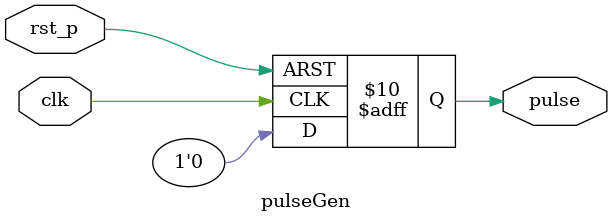
<source format=v>
/* pulseGen.v
 *
 * A simple pulse generator
 */

module pulseGen (input clk,
                 input rst_p,
                 output reg pulse);
    
    parameter NBITS = 0;
    parameter DIVISOR = 0;

    reg[NBITS-1:0] counter;
        
    always @(posedge clk, posedge rst_p) begin
        if(rst_p) begin
            pulse <= 0;
            counter <= 0;
        end else begin
            if(counter == DIVISOR-1) begin
                pulse <= 1;
                counter <= 0;
            end else begin
                pulse <= 0;
                counter <= counter + 1;
            end
        end
    end
    
endmodule

</source>
